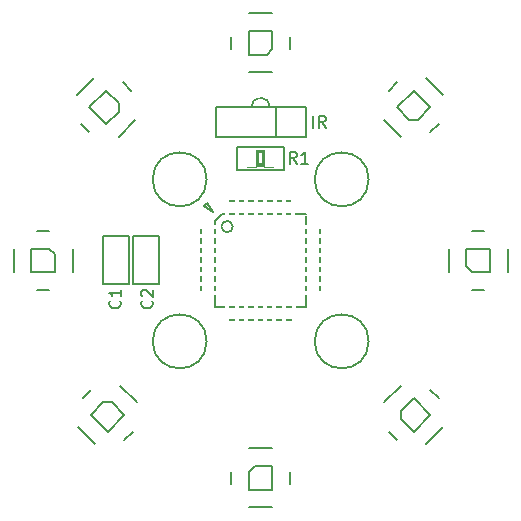
<source format=gto>
G04 (created by PCBNEW (2013-09-20 BZR 4325)-product) date Sat 21 Sep 2013 09:12:31 AM CEST*
%MOIN*%
G04 Gerber Fmt 3.4, Leading zero omitted, Abs format*
%FSLAX34Y34*%
G01*
G70*
G90*
G04 APERTURE LIST*
%ADD10C,0.005906*%
%ADD11C,0.008000*%
%ADD12C,0.007874*%
%ADD13R,0.055118X0.070866*%
%ADD14R,0.070866X0.055118*%
%ADD15R,0.078700X0.017700*%
%ADD16R,0.017700X0.078700*%
%ADD17R,0.055000X0.055000*%
%ADD18C,0.055000*%
%ADD19C,0.086614*%
%ADD20R,0.060000X0.060000*%
%ADD21C,0.060000*%
%ADD22R,0.059000X0.051100*%
%ADD23R,0.051100X0.059000*%
G04 APERTURE END LIST*
G54D10*
G54D11*
X34500Y-23430D02*
X34500Y-23030D01*
X34919Y-23430D02*
X34785Y-23240D01*
X34690Y-23430D02*
X34690Y-23030D01*
X34842Y-23030D01*
X34880Y-23050D01*
X34900Y-23069D01*
X34919Y-23107D01*
X34919Y-23164D01*
X34900Y-23202D01*
X34880Y-23221D01*
X34842Y-23240D01*
X34690Y-23240D01*
G54D12*
X25893Y-28243D02*
X25106Y-28243D01*
X25106Y-28243D02*
X25106Y-27456D01*
X25106Y-27456D02*
X25696Y-27456D01*
X25696Y-27456D02*
X25893Y-27653D01*
X25893Y-27653D02*
X25893Y-28243D01*
G54D11*
X26484Y-28243D02*
X26484Y-27456D01*
X25696Y-26865D02*
X25303Y-26865D01*
X24515Y-28243D02*
X24515Y-27456D01*
X25696Y-28834D02*
X25303Y-28834D01*
G54D12*
X28206Y-33000D02*
X27650Y-33556D01*
X27650Y-33556D02*
X27093Y-33000D01*
X27093Y-33000D02*
X27510Y-32582D01*
X27510Y-32582D02*
X27789Y-32582D01*
X27789Y-32582D02*
X28206Y-33000D01*
G54D11*
X28624Y-32582D02*
X28067Y-32025D01*
X27093Y-32164D02*
X26814Y-32443D01*
X27232Y-33974D02*
X26675Y-33417D01*
X28485Y-33556D02*
X28206Y-33835D01*
G54D12*
X33143Y-34706D02*
X33143Y-35493D01*
X33143Y-35493D02*
X32356Y-35493D01*
X32356Y-35493D02*
X32356Y-34903D01*
X32356Y-34903D02*
X32553Y-34706D01*
X32553Y-34706D02*
X33143Y-34706D01*
G54D11*
X33143Y-34115D02*
X32356Y-34115D01*
X31765Y-34903D02*
X31765Y-35296D01*
X33143Y-36084D02*
X32356Y-36084D01*
X33734Y-34903D02*
X33734Y-35296D01*
G54D12*
X37850Y-32443D02*
X38406Y-33000D01*
X38406Y-33000D02*
X37850Y-33556D01*
X37850Y-33556D02*
X37432Y-33139D01*
X37432Y-33139D02*
X37432Y-32860D01*
X37432Y-32860D02*
X37850Y-32443D01*
G54D11*
X37432Y-32025D02*
X36875Y-32582D01*
X37014Y-33556D02*
X37293Y-33835D01*
X38824Y-33417D02*
X38267Y-33974D01*
X38406Y-32164D02*
X38685Y-32443D01*
G54D12*
X39606Y-27456D02*
X40393Y-27456D01*
X40393Y-27456D02*
X40393Y-28243D01*
X40393Y-28243D02*
X39803Y-28243D01*
X39803Y-28243D02*
X39606Y-28046D01*
X39606Y-28046D02*
X39606Y-27456D01*
G54D11*
X39015Y-27456D02*
X39015Y-28243D01*
X39803Y-28834D02*
X40196Y-28834D01*
X40984Y-27456D02*
X40984Y-28243D01*
X39803Y-26865D02*
X40196Y-26865D01*
G54D12*
X37293Y-22750D02*
X37850Y-22193D01*
X37850Y-22193D02*
X38406Y-22750D01*
X38406Y-22750D02*
X37989Y-23167D01*
X37989Y-23167D02*
X37710Y-23167D01*
X37710Y-23167D02*
X37293Y-22750D01*
G54D11*
X36875Y-23167D02*
X37432Y-23724D01*
X38406Y-23585D02*
X38685Y-23306D01*
X38267Y-21775D02*
X38824Y-22332D01*
X37014Y-22193D02*
X37293Y-21914D01*
G54D12*
X32356Y-20993D02*
X32356Y-20206D01*
X32356Y-20206D02*
X33143Y-20206D01*
X33143Y-20206D02*
X33143Y-20796D01*
X33143Y-20796D02*
X32946Y-20993D01*
X32946Y-20993D02*
X32356Y-20993D01*
G54D11*
X32356Y-21584D02*
X33143Y-21584D01*
X33734Y-20796D02*
X33734Y-20403D01*
X32356Y-19615D02*
X33143Y-19615D01*
X31765Y-20796D02*
X31765Y-20403D01*
G54D12*
X27600Y-23306D02*
X27043Y-22750D01*
X27043Y-22750D02*
X27600Y-22193D01*
X27600Y-22193D02*
X28017Y-22610D01*
X28017Y-22610D02*
X28017Y-22889D01*
X28017Y-22889D02*
X27600Y-23306D01*
G54D11*
X28017Y-23724D02*
X28574Y-23167D01*
X28435Y-22193D02*
X28156Y-21914D01*
X26625Y-22332D02*
X27182Y-21775D01*
X27043Y-23585D02*
X26764Y-23306D01*
G54D12*
X31150Y-26250D02*
X30950Y-25950D01*
X30950Y-25950D02*
X30850Y-26050D01*
X30850Y-26050D02*
X31150Y-26250D01*
X34730Y-28940D02*
X34280Y-28940D01*
X34730Y-26760D02*
X34290Y-26760D01*
X34730Y-28940D02*
X34730Y-26760D01*
X33850Y-29410D02*
X33850Y-29840D01*
X31640Y-29420D02*
X31640Y-29840D01*
X31630Y-29840D02*
X33850Y-29850D01*
X31650Y-25870D02*
X33820Y-25860D01*
X31220Y-26560D02*
X31220Y-29390D01*
X33830Y-25870D02*
X33830Y-26280D01*
X31470Y-26320D02*
X34250Y-26320D01*
X34270Y-29400D02*
X34270Y-26360D01*
X31220Y-29400D02*
X34220Y-29400D01*
X30770Y-26730D02*
X30770Y-28950D01*
X30770Y-28950D02*
X31220Y-28950D01*
X31224Y-26550D02*
X31454Y-26320D01*
X30772Y-26730D02*
X31224Y-26730D01*
X31650Y-26320D02*
X31650Y-25868D01*
X31820Y-26724D02*
G75*
G03X31820Y-26724I-188J0D01*
G74*
G01*
G54D11*
X33065Y-22738D02*
G75*
G03X32750Y-22423I-315J0D01*
G74*
G01*
X32750Y-22423D02*
G75*
G03X32435Y-22738I0J-315D01*
G74*
G01*
G54D12*
X34250Y-22750D02*
X34250Y-23750D01*
X34250Y-23750D02*
X31250Y-23750D01*
X31250Y-23750D02*
X31250Y-22750D01*
X31250Y-22750D02*
X34250Y-22750D01*
X33250Y-23750D02*
X33250Y-22750D01*
X30950Y-30550D02*
G75*
G03X30950Y-30550I-900J0D01*
G74*
G01*
X36350Y-30550D02*
G75*
G03X36350Y-30550I-900J0D01*
G74*
G01*
X36350Y-25150D02*
G75*
G03X36350Y-25150I-900J0D01*
G74*
G01*
X30950Y-25150D02*
G75*
G03X30950Y-25150I-900J0D01*
G74*
G01*
X27480Y-27047D02*
X27480Y-28622D01*
X27480Y-27047D02*
X28346Y-27047D01*
X28346Y-27047D02*
X28346Y-28622D01*
X28346Y-28622D02*
X27480Y-28622D01*
X28503Y-27047D02*
X28503Y-28622D01*
X28503Y-27047D02*
X29370Y-27047D01*
X29370Y-27047D02*
X29370Y-28622D01*
X29370Y-28622D02*
X28503Y-28622D01*
X32910Y-24725D02*
X33165Y-24725D01*
X33165Y-24725D02*
X33165Y-24174D01*
X32910Y-24174D02*
X33165Y-24174D01*
X32910Y-24725D02*
X32910Y-24174D01*
X32330Y-24725D02*
X32586Y-24725D01*
X32586Y-24725D02*
X32586Y-24174D01*
X32330Y-24174D02*
X32586Y-24174D01*
X32330Y-24725D02*
X32330Y-24174D01*
X32672Y-24646D02*
X32828Y-24646D01*
X32828Y-24646D02*
X32828Y-24254D01*
X32672Y-24254D02*
X32828Y-24254D01*
X32672Y-24646D02*
X32672Y-24254D01*
X32589Y-24200D02*
X32911Y-24200D01*
X32589Y-24700D02*
X32911Y-24700D01*
X31974Y-24063D02*
X33526Y-24063D01*
X33526Y-24063D02*
X33526Y-24837D01*
X33526Y-24837D02*
X31974Y-24837D01*
X31974Y-24837D02*
X31974Y-24063D01*
X28053Y-29199D02*
X28072Y-29218D01*
X28091Y-29274D01*
X28091Y-29311D01*
X28072Y-29368D01*
X28035Y-29405D01*
X27997Y-29424D01*
X27922Y-29443D01*
X27866Y-29443D01*
X27791Y-29424D01*
X27754Y-29405D01*
X27716Y-29368D01*
X27697Y-29311D01*
X27697Y-29274D01*
X27716Y-29218D01*
X27735Y-29199D01*
X28091Y-28824D02*
X28091Y-29049D01*
X28091Y-28937D02*
X27697Y-28937D01*
X27754Y-28974D01*
X27791Y-29011D01*
X27810Y-29049D01*
X29116Y-29199D02*
X29135Y-29218D01*
X29154Y-29274D01*
X29154Y-29311D01*
X29135Y-29368D01*
X29098Y-29405D01*
X29060Y-29424D01*
X28985Y-29443D01*
X28929Y-29443D01*
X28854Y-29424D01*
X28817Y-29405D01*
X28779Y-29368D01*
X28760Y-29311D01*
X28760Y-29274D01*
X28779Y-29218D01*
X28798Y-29199D01*
X28798Y-29049D02*
X28779Y-29030D01*
X28760Y-28993D01*
X28760Y-28899D01*
X28779Y-28862D01*
X28798Y-28843D01*
X28835Y-28824D01*
X28873Y-28824D01*
X28929Y-28843D01*
X29154Y-29068D01*
X29154Y-28824D01*
X33950Y-24626D02*
X33818Y-24439D01*
X33725Y-24626D02*
X33725Y-24233D01*
X33875Y-24233D01*
X33912Y-24251D01*
X33931Y-24270D01*
X33950Y-24308D01*
X33950Y-24364D01*
X33931Y-24401D01*
X33912Y-24420D01*
X33875Y-24439D01*
X33725Y-24439D01*
X34325Y-24626D02*
X34100Y-24626D01*
X34212Y-24626D02*
X34212Y-24233D01*
X34175Y-24289D01*
X34137Y-24326D01*
X34100Y-24345D01*
%LPC*%
G54D13*
X24850Y-28794D03*
X26149Y-28794D03*
X26149Y-26905D03*
X24850Y-26905D03*
G54D10*
G36*
X27803Y-33682D02*
X28304Y-34183D01*
X27914Y-34572D01*
X27413Y-34071D01*
X27803Y-33682D01*
X27803Y-33682D01*
G37*
G36*
X28721Y-32763D02*
X29222Y-33264D01*
X28833Y-33654D01*
X28332Y-33153D01*
X28721Y-32763D01*
X28721Y-32763D01*
G37*
G36*
X27385Y-31427D02*
X27886Y-31928D01*
X27496Y-32317D01*
X26995Y-31816D01*
X27385Y-31427D01*
X27385Y-31427D01*
G37*
G36*
X26466Y-32345D02*
X26967Y-32846D01*
X26578Y-33236D01*
X26077Y-32735D01*
X26466Y-32345D01*
X26466Y-32345D01*
G37*
G54D14*
X33694Y-35749D03*
X33694Y-34450D03*
X31805Y-34450D03*
X31805Y-35749D03*
G54D10*
G36*
X38532Y-32846D02*
X39033Y-32345D01*
X39422Y-32735D01*
X38921Y-33236D01*
X38532Y-32846D01*
X38532Y-32846D01*
G37*
G36*
X37613Y-31928D02*
X38114Y-31427D01*
X38504Y-31816D01*
X38003Y-32317D01*
X37613Y-31928D01*
X37613Y-31928D01*
G37*
G36*
X36277Y-33264D02*
X36778Y-32763D01*
X37167Y-33153D01*
X36666Y-33654D01*
X36277Y-33264D01*
X36277Y-33264D01*
G37*
G36*
X37195Y-34183D02*
X37696Y-33682D01*
X38086Y-34071D01*
X37585Y-34572D01*
X37195Y-34183D01*
X37195Y-34183D01*
G37*
G54D13*
X40649Y-26905D03*
X39350Y-26905D03*
X39350Y-28794D03*
X40649Y-28794D03*
G54D10*
G36*
X37696Y-22067D02*
X37195Y-21566D01*
X37585Y-21177D01*
X38086Y-21678D01*
X37696Y-22067D01*
X37696Y-22067D01*
G37*
G36*
X36778Y-22986D02*
X36277Y-22485D01*
X36666Y-22095D01*
X37167Y-22596D01*
X36778Y-22986D01*
X36778Y-22986D01*
G37*
G36*
X38114Y-24322D02*
X37613Y-23821D01*
X38003Y-23432D01*
X38504Y-23933D01*
X38114Y-24322D01*
X38114Y-24322D01*
G37*
G36*
X39033Y-23404D02*
X38532Y-22903D01*
X38921Y-22513D01*
X39422Y-23014D01*
X39033Y-23404D01*
X39033Y-23404D01*
G37*
G54D14*
X31805Y-19950D03*
X31805Y-21249D03*
X33694Y-21249D03*
X33694Y-19950D03*
G54D10*
G36*
X26917Y-22903D02*
X26416Y-23404D01*
X26027Y-23014D01*
X26528Y-22513D01*
X26917Y-22903D01*
X26917Y-22903D01*
G37*
G36*
X27836Y-23821D02*
X27335Y-24322D01*
X26945Y-23933D01*
X27446Y-23432D01*
X27836Y-23821D01*
X27836Y-23821D01*
G37*
G36*
X29172Y-22485D02*
X28671Y-22986D01*
X28282Y-22596D01*
X28783Y-22095D01*
X29172Y-22485D01*
X29172Y-22485D01*
G37*
G36*
X28254Y-21566D02*
X27753Y-22067D01*
X27363Y-21678D01*
X27864Y-21177D01*
X28254Y-21566D01*
X28254Y-21566D01*
G37*
G54D15*
X30854Y-28943D03*
X30854Y-28628D03*
X30854Y-28313D03*
X30854Y-27998D03*
X30854Y-27683D03*
X30854Y-27368D03*
X30854Y-27053D03*
X30854Y-26738D03*
X34620Y-26740D03*
X34620Y-28950D03*
X34620Y-28630D03*
X34620Y-28310D03*
X34620Y-28000D03*
X34620Y-27680D03*
X34620Y-27370D03*
X34620Y-27050D03*
G54D16*
X31638Y-25950D03*
X31952Y-25950D03*
X32268Y-25950D03*
X32582Y-25950D03*
X32898Y-25950D03*
X33212Y-25950D03*
X33528Y-25950D03*
X33842Y-25950D03*
X31640Y-29730D03*
X31950Y-29730D03*
X32270Y-29730D03*
X32580Y-29730D03*
X32890Y-29730D03*
X33210Y-29730D03*
X33530Y-29730D03*
X33850Y-29730D03*
G54D17*
X33750Y-23250D03*
G54D18*
X32750Y-23250D03*
X31750Y-23250D03*
G54D19*
X30050Y-30550D03*
X35450Y-30550D03*
X35450Y-25150D03*
X30050Y-25150D03*
G54D20*
X33250Y-26850D03*
G54D21*
X32250Y-26850D03*
X33250Y-27850D03*
X32250Y-27850D03*
X33250Y-28850D03*
X32250Y-28850D03*
G54D10*
G36*
X38634Y-25410D02*
X38210Y-25834D01*
X37786Y-25410D01*
X38210Y-24986D01*
X38634Y-25410D01*
X38634Y-25410D01*
G37*
G54D21*
X37503Y-24703D03*
X36796Y-23996D03*
X36089Y-23289D03*
G54D10*
G36*
X27239Y-25834D02*
X26815Y-25410D01*
X27239Y-24986D01*
X27663Y-25410D01*
X27239Y-25834D01*
X27239Y-25834D01*
G37*
G54D21*
X27946Y-24703D03*
X28653Y-23996D03*
X29360Y-23289D03*
G54D20*
X30250Y-22250D03*
G54D21*
X31250Y-22250D03*
X32250Y-22250D03*
X33250Y-22250D03*
X34250Y-22250D03*
X35250Y-22250D03*
G54D22*
X27913Y-28208D03*
X27913Y-27460D03*
X28937Y-28208D03*
X28937Y-27460D03*
G54D23*
X32376Y-24450D03*
X33124Y-24450D03*
M02*

</source>
